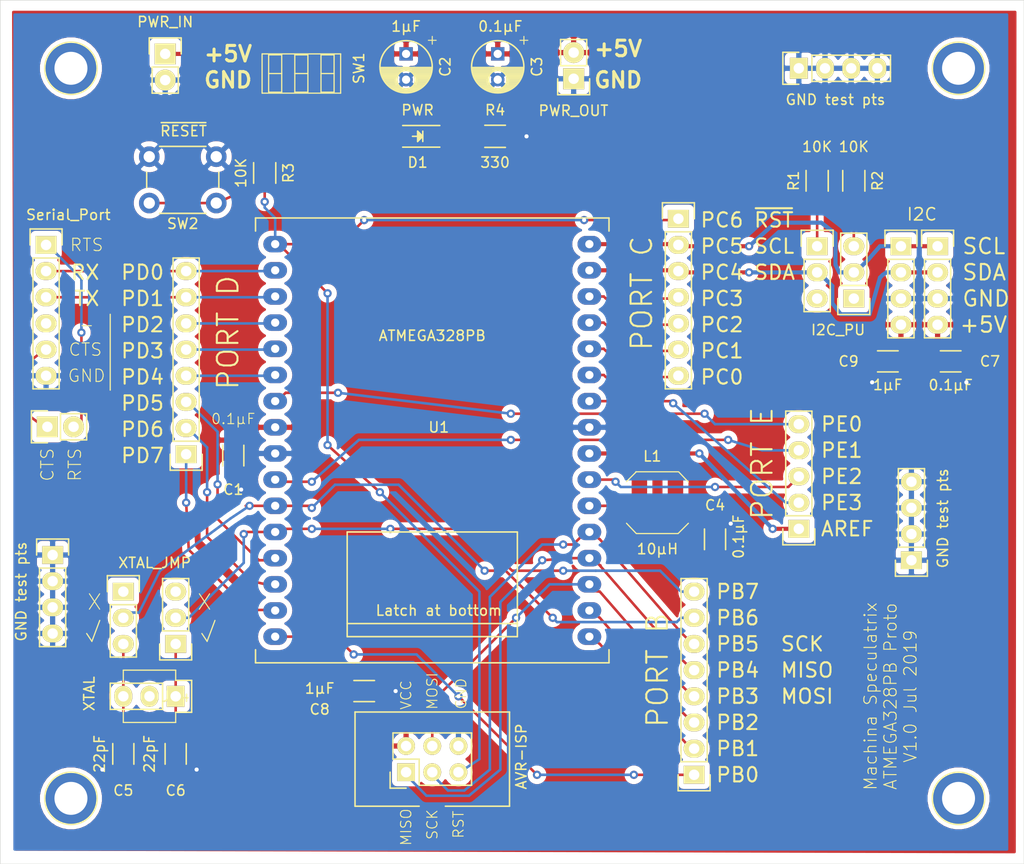
<source format=kicad_pcb>
(kicad_pcb (version 20171130) (host pcbnew "(5.1.2-1)-1")
  (layers (0 F.Cu signal) (31 B.Cu signal) (34 B.Paste user) (35 F.Paste user) (36 B.SilkS user) (37 F.SilkS user) (38 B.Mask user) (39 F.Mask user) (44 Edge.Cuts user))
  (net 0 "")
  (net 1 GND)
  (net 2 VCC)
  (net 3 "Net-(C5-Pad1)")
  (net 4 "Net-(C6-Pad1)")
  (net 5 PC6_~RST)
  (net 6 PB3_MOSI)
  (net 7 PB5_SCK)
  (net 8 PB4_MISO)
  (net 9 "Net-(D1-Pad1)")
  (net 10 /PB7)
  (net 11 /PB6)
  (net 12 /PB2)
  (net 13 /PB1)
  (net 14 /PB0)
  (net 15 /PC0)
  (net 16 /PC1)
  (net 17 /PC2)
  (net 18 /PC3)
  (net 19 PC4_SDA)
  (net 20 PC5_SCL)
  (net 21 /PD2)
  (net 22 /PD3)
  (net 23 /PD4)
  (net 24 /PD5)
  (net 25 /PD6)
  (net 26 /PD7)
  (net 27 /PE0)
  (net 28 /PE1)
  (net 29 /PE2)
  (net 30 /PE3)
  (net 31 AREF)
  (net 32 "Net-(J9-Pad3)")
  (net 33 "Net-(J9-Pad1)")
  (net 34 "Net-(J10-Pad3)")
  (net 35 "Net-(J10-Pad1)")
  (net 36 "Net-(J12-Pad1)")
  (net 37 "Net-(J13-Pad2)")
  (net 38 "Net-(J14-Pad3)")
  (net 39 "Net-(SW1-Pad6)")
  (net 40 "Net-(SW1-Pad3)")
  (net 41 "Net-(J1-Pad1)")
  (net 42 /AVCC)
  (net 43 PD1_TX)
  (net 44 /CTS)
  (net 45 "Net-(J17-Pad4)")
  (net 46 PD0_RX)
  (net 47 /RTS)
  (module Pin_Headers:Pin_Header_Straight_1x04 (layer F.Cu) (at 165.862 74.676)
    (fp_text reference J7 hide)
    (fp_text value I2C hide)
    (pad 4 thru_hole oval (at 0 7.62) (size 2.032 1.7272) (drill 1.016) (layers *.Cu *.Mask F.SilkS) (net 2 VCC))
    (pad 3 thru_hole oval (at 0 5.08) (size 2.032 1.7272) (drill 1.016) (layers *.Cu *.Mask F.SilkS) (net 1 GND))
    (pad 2 thru_hole oval (at 0 2.54) (size 2.032 1.7272) (drill 1.016) (layers *.Cu *.Mask F.SilkS) (net 19 PC4_SDA))
    (pad 1 thru_hole rect (at 0 0) (size 2.032 1.7272) (drill 1.016) (layers *.Cu *.Mask F.SilkS) (net 20 PC5_SCL))
  )
  (module Pin_Headers:Pin_Header_Straight_1x04 (layer F.Cu) (at 162.306 74.676)
    (fp_text reference J6 hide)
    (fp_text value I2C (at 2.032 -3.1) (layer F.SilkS) (effects (font (size 1.2 1.2))))
    (pad 4 thru_hole oval (at 0 7.62) (size 2.032 1.7272) (drill 1.016) (layers *.Cu *.Mask F.SilkS) (net 2 VCC))
    (pad 3 thru_hole oval (at 0 5.08) (size 2.032 1.7272) (drill 1.016) (layers *.Cu *.Mask F.SilkS) (net 1 GND))
    (pad 2 thru_hole oval (at 0 2.54) (size 2.032 1.7272) (drill 1.016) (layers *.Cu *.Mask F.SilkS) (net 19 PC4_SDA))
    (pad 1 thru_hole rect (at 0 0) (size 2.032 1.7272) (drill 1.016) (layers *.Cu *.Mask F.SilkS) (net 20 PC5_SCL))
  )
  (module Pin_Headers:Pin_Header_Straight_1x04 (layer F.Cu) (at 80.01 104.648)
    (fp_text reference J19 hide)
    (fp_text value "GND test pts" (at -3.048 3.556 90) (layer F.SilkS))
    (pad 4 thru_hole oval (at 0 7.62) (size 2.032 1.7272) (drill 1.016) (layers *.Cu *.Mask F.SilkS) (net 1 GND))
    (pad 3 thru_hole oval (at 0 5.08) (size 2.032 1.7272) (drill 1.016) (layers *.Cu *.Mask F.SilkS) (net 1 GND))
    (pad 2 thru_hole oval (at 0 2.54) (size 2.032 1.7272) (drill 1.016) (layers *.Cu *.Mask F.SilkS) (net 1 GND))
    (pad 1 thru_hole rect (at 0 0) (size 2.032 1.7272) (drill 1.016) (layers *.Cu *.Mask F.SilkS) (net 1 GND))
  )
  (module Pin_Headers:Pin_Header_Straight_1x02 (layer F.Cu) (at 79.502 92.202 90)
    (fp_text reference J18 hide)
    (fp_text value RTS-CTS hide)
    (pad 2 thru_hole oval (at 0 2.54 90) (size 2.032 2.032) (drill 1.016) (layers *.Cu *.Mask F.SilkS) (net 47 /RTS))
    (pad 1 thru_hole rect (at 0 0 90) (size 2.032 2.032) (drill 1.016) (layers *.Cu *.Mask F.SilkS) (net 44 /CTS))
  )
  (module Pin_Headers:Pin_Header_Straight_1x06 (layer F.Cu) (at 79.375 74.549)
    (fp_text reference J17 hide)
    (fp_text value Serial_Port (at 2.159 -2.921) (layer F.SilkS))
    (pad 6 thru_hole oval (at 0 12.7) (size 2.032 1.7272) (drill 1.016) (layers *.Cu *.Mask F.SilkS) (net 1 GND))
    (pad 5 thru_hole oval (at 0 10.16) (size 2.032 1.7272) (drill 1.016) (layers *.Cu *.Mask F.SilkS) (net 44 /CTS))
    (pad 4 thru_hole oval (at 0 7.62) (size 2.032 1.7272) (drill 1.016) (layers *.Cu *.Mask F.SilkS) (net 45 "Net-(J17-Pad4)"))
    (pad 3 thru_hole oval (at 0 5.08) (size 2.032 1.7272) (drill 1.016) (layers *.Cu *.Mask F.SilkS) (net 43 PD1_TX))
    (pad 2 thru_hole oval (at 0 2.54) (size 2.032 1.7272) (drill 1.016) (layers *.Cu *.Mask F.SilkS) (net 46 PD0_RX))
    (pad 1 thru_hole rect (at 0 0) (size 2.032 1.7272) (drill 1.016) (layers *.Cu *.Mask F.SilkS) (net 47 /RTS))
  )
  (module Speculatrix_general:Mounting_hole_M3 (layer F.Cu) (at 81.788 128.27)
    (fp_text reference REF** hide)
    (fp_text value M3 hide)
    (pad "" thru_hole circle (at 0 0) (size 5 5) (drill 3.2) (layers *.Cu *.Mask))
  )
  (module Speculatrix_general:Mounting_hole_M3 (layer F.Cu) (at 167.894 128.27)
    (fp_text reference REF** hide)
    (fp_text value M3 hide)
    (pad "" thru_hole circle (at 0 0) (size 5 5) (drill 3.2) (layers *.Cu *.Mask))
  )
  (module Speculatrix_general:Mounting_hole_M3 (layer F.Cu) (at 81.788 57.404)
    (fp_text reference REF** hide)
    (fp_text value M3 hide)
    (pad "" thru_hole circle (at 0 0) (size 5 5) (drill 3.2) (layers *.Cu *.Mask))
  )
  (module Speculatrix_general:Mounting_hole_M3 (layer F.Cu) (at 167.894 57.404)
    (fp_text reference REF** hide)
    (fp_text value M3 hide)
    (pad "" thru_hole circle (at 0 0) (size 5 5) (drill 3.2) (layers *.Cu *.Mask))
  )
  (module Capacitors_SMD:C_1206 (layer F.Cu) (at 161.036 85.852 180)
    (fp_text reference C9 (at 3.81 0) (layer F.SilkS))
    (fp_text value 1µF (at 0 -2.286) (layer F.SilkS))
    (pad 2 smd rect (at 1.5 0 180) (size 1 1.6) (layers F.Cu F.Paste F.Mask) (net 1 GND))
    (pad 1 smd rect (at -1.5 0 180) (size 1 1.6) (layers F.Cu F.Paste F.Mask) (net 2 VCC))
  )
  (module Capacitors_SMD:C_1206 (layer F.Cu) (at 110.236 117.856)
    (fp_text reference C8 (at -4.318 1.778) (layer F.SilkS))
    (fp_text value 1µF (at -4.318 -0.254) (layer F.SilkS))
    (pad 2 smd rect (at 1.5 0) (size 1 1.6) (layers F.Cu F.Paste F.Mask) (net 1 GND))
    (pad 1 smd rect (at -1.5 0) (size 1 1.6) (layers F.Cu F.Paste F.Mask) (net 2 VCC))
  )
  (module Speculatrix_general:SW_SMD_DPDT (layer F.Cu) (at 104.14 57.912 90)
    (fp_text reference SW1 (at 0.508 5.588 90) (layer F.SilkS))
    (fp_text value SW_DPDT hide)
    (pad 4 smd rect (at 3.175 -2.54 90) (size 2.44 1.12) (layers F.Cu F.Mask) (net 2 VCC))
    (pad 3 smd rect (at -3.175 2.54 90) (size 2.44 1.12) (layers F.Cu F.Mask) (net 40 "Net-(SW1-Pad3)"))
    (pad 5 smd rect (at 3.175 0 90) (size 2.44 1.12) (layers F.Cu F.Mask) (net 41 "Net-(J1-Pad1)"))
    (pad 2 smd rect (at -3.175 0 90) (size 2.44 1.12) (layers F.Cu F.Mask) (net 41 "Net-(J1-Pad1)"))
    (pad 6 smd rect (at 3.175 2.54 90) (size 2.44 1.12) (layers F.Cu F.Mask) (net 39 "Net-(SW1-Pad6)"))
    (pad 1 smd rect (at -3.175 -2.54 90) (size 2.44 1.12) (layers F.Cu F.Mask) (net 2 VCC))
  )
  (module Speculatrix_microcontrollers:DIP-32_TQFP_ZIF (layer F.Cu) (at 117.475 93.523)
    (fp_text reference U1 (at 0 -1.27) (layer F.SilkS))
    (fp_text value ATMEGA328PB (at -0.635 -10.16) (layer F.SilkS))
    (fp_text user "Latch at bottom" (at 0 16.51) (layer F.SilkS))
    (pad 28 thru_hole oval (at 14.605 -19.05) (size 2.3 1.6) (drill 0.8) (layers *.Cu *.Mask) (net 20 PC5_SCL))
    (pad 27 thru_hole oval (at 14.605 -16.51) (size 2.3 1.6) (drill 0.8) (layers *.Cu *.Mask) (net 19 PC4_SDA))
    (pad 26 thru_hole oval (at 14.605 -13.97) (size 2.3 1.6) (drill 0.8) (layers *.Cu *.Mask) (net 18 /PC3))
    (pad 25 thru_hole oval (at 14.605 -11.43) (size 2.3 1.6) (drill 0.8) (layers *.Cu *.Mask) (net 17 /PC2))
    (pad 24 thru_hole oval (at 14.605 -8.89) (size 2.3 1.6) (drill 0.8) (layers *.Cu *.Mask) (net 16 /PC1))
    (pad 23 thru_hole oval (at 14.605 -6.35) (size 2.3 1.6) (drill 0.8) (layers *.Cu *.Mask) (net 15 /PC0))
    (pad 22 thru_hole oval (at 14.605 -3.81) (size 2.3 1.6) (drill 0.8) (layers *.Cu *.Mask) (net 30 /PE3))
    (pad 21 thru_hole oval (at 14.605 -1.27) (size 2.3 1.6) (drill 0.8) (layers *.Cu *.Mask) (net 1 GND))
    (pad 20 thru_hole oval (at 14.605 1.27) (size 2.3 1.6) (drill 0.8) (layers *.Cu *.Mask) (net 31 AREF))
    (pad 19 thru_hole oval (at 14.605 3.81) (size 2.3 1.6) (drill 0.8) (layers *.Cu *.Mask) (net 29 /PE2))
    (pad 18 thru_hole oval (at 14.605 6.35) (size 2.3 1.6) (drill 0.8) (layers *.Cu *.Mask) (net 42 /AVCC))
    (pad 17 thru_hole oval (at 14.605 8.89) (size 2.3 1.6) (drill 0.8) (layers *.Cu *.Mask) (net 7 PB5_SCK))
    (pad 16 thru_hole oval (at 14.605 11.43) (size 2.3 1.6) (drill 0.8) (layers *.Cu *.Mask) (net 8 PB4_MISO))
    (pad 15 thru_hole oval (at 14.605 13.97) (size 2.3 1.6) (drill 0.8) (layers *.Cu *.Mask) (net 6 PB3_MOSI))
    (pad 14 thru_hole oval (at 14.605 16.51) (size 2.3 1.6) (drill 0.8) (layers *.Cu *.Mask) (net 12 /PB2))
    (pad 13 thru_hole oval (at 14.605 19.05) (size 2.3 1.6) (drill 0.8) (layers *.Cu *.Mask) (net 13 /PB1))
    (pad 12 thru_hole oval (at -15.875 19.05) (size 2.3 1.6) (drill 0.8) (layers *.Cu *.Mask) (net 14 /PB0))
    (pad 11 thru_hole oval (at -15.875 16.51) (size 2.3 1.6) (drill 0.8) (layers *.Cu *.Mask) (net 26 /PD7))
    (pad 10 thru_hole oval (at -15.875 13.97) (size 2.3 1.6) (drill 0.8) (layers *.Cu *.Mask) (net 25 /PD6))
    (pad 9 thru_hole oval (at -15.875 11.43) (size 2.3 1.6) (drill 0.8) (layers *.Cu *.Mask) (net 24 /PD5))
    (pad 8 thru_hole oval (at -15.875 8.89) (size 2.3 1.6) (drill 0.8) (layers *.Cu *.Mask) (net 10 /PB7))
    (pad 7 thru_hole oval (at -15.875 6.35) (size 2.3 1.6) (drill 0.8) (layers *.Cu *.Mask) (net 11 /PB6))
    (pad 6 thru_hole oval (at -15.875 3.81) (size 2.3 1.6) (drill 0.8) (layers *.Cu *.Mask) (net 28 /PE1))
    (pad 5 thru_hole oval (at -15.875 1.27) (size 2.3 1.6) (drill 0.8) (layers *.Cu *.Mask) (net 1 GND))
    (pad 4 thru_hole oval (at -15.875 -1.27) (size 2.3 1.6) (drill 0.8) (layers *.Cu *.Mask) (net 2 VCC))
    (pad 3 thru_hole oval (at -15.875 -3.81) (size 2.3 1.6) (drill 0.8) (layers *.Cu *.Mask) (net 27 /PE0))
    (pad 2 thru_hole oval (at -15.875 -6.35) (size 2.3 1.6) (drill 0.8) (layers *.Cu *.Mask) (net 23 /PD4))
    (pad 1 thru_hole oval (at -15.875 -8.89) (size 2.3 1.6) (drill 0.8) (layers *.Cu *.Mask) (net 22 /PD3))
    (pad 32 thru_hole oval (at -15.875 -11.43) (size 2.3 1.6) (drill 0.8) (layers *.Cu *.Mask) (net 21 /PD2))
    (pad 31 thru_hole oval (at -15.875 -13.97) (size 2.3 1.6) (drill 0.8) (layers *.Cu *.Mask) (net 43 PD1_TX))
    (pad 30 thru_hole oval (at -15.875 -16.51) (size 2.3 1.6) (drill 0.8) (layers *.Cu *.Mask) (net 46 PD0_RX))
    (pad 29 thru_hole oval (at -15.875 -19.05) (size 2.3 1.6) (drill 0.8) (layers *.Cu *.Mask) (net 5 PC6_~RST))
  )
  (module Buttons_Switches_ThroughHole:SW_PUSH_6mm (layer F.Cu) (at 95.885 70.485 180)
    (fp_text reference SW2 (at 3.25 -2) (layer F.SilkS))
    (fp_text value ~RESET (at 3.175 6.985 180) (layer F.SilkS))
    (pad 1 thru_hole circle (at 6.5 0 270) (size 2 2) (drill 1.1) (layers *.Cu *.Mask) (net 5 PC6_~RST))
    (pad 2 thru_hole circle (at 6.5 4.5 270) (size 2 2) (drill 1.1) (layers *.Cu *.Mask) (net 1 GND))
    (pad 1 thru_hole circle (at 0 0 270) (size 2 2) (drill 1.1) (layers *.Cu *.Mask) (net 5 PC6_~RST))
    (pad 2 thru_hole circle (at 0 4.5 270) (size 2 2) (drill 1.1) (layers *.Cu *.Mask) (net 1 GND))
  )
  (module Resistors_SMD:R_1206 (layer F.Cu) (at 122.936 64.008)
    (fp_text reference R4 (at 0 -2.54) (layer F.SilkS))
    (fp_text value 330 (at 0 2.54) (layer F.SilkS))
    (pad 2 smd rect (at 1.45 0) (size 0.9 1.7) (layers F.Cu F.Paste F.Mask) (net 1 GND))
    (pad 1 smd rect (at -1.45 0) (size 0.9 1.7) (layers F.Cu F.Paste F.Mask) (net 9 "Net-(D1-Pad1)"))
  )
  (module Resistors_SMD:R_1206 (layer F.Cu) (at 100.584 67.564 270)
    (fp_text reference R3 (at 0 -2.3 90) (layer F.SilkS))
    (fp_text value 10K (at 0 2.3 90) (layer F.SilkS))
    (pad 2 smd rect (at 1.45 0 270) (size 0.9 1.7) (layers F.Cu F.Paste F.Mask) (net 5 PC6_~RST))
    (pad 1 smd rect (at -1.45 0 270) (size 0.9 1.7) (layers F.Cu F.Paste F.Mask) (net 2 VCC))
  )
  (module Resistors_SMD:R_1206 (layer F.Cu) (at 157.734 68.326 270)
    (fp_text reference R2 (at 0 -2.3 90) (layer F.SilkS))
    (fp_text value 10K (at -3.302 0 180) (layer F.SilkS))
    (pad 2 smd rect (at 1.45 0 270) (size 0.9 1.7) (layers F.Cu F.Paste F.Mask) (net 34 "Net-(J10-Pad3)"))
    (pad 1 smd rect (at -1.45 0 270) (size 0.9 1.7) (layers F.Cu F.Paste F.Mask) (net 2 VCC))
  )
  (module Resistors_SMD:R_1206 (layer F.Cu) (at 154.178 68.326 270)
    (fp_text reference R1 (at 0 2.286 90) (layer F.SilkS))
    (fp_text value 10K (at -3.302 0 180) (layer F.SilkS))
    (pad 2 smd rect (at 1.45 0 270) (size 0.9 1.7) (layers F.Cu F.Paste F.Mask) (net 33 "Net-(J9-Pad1)"))
    (pad 1 smd rect (at -1.45 0 270) (size 0.9 1.7) (layers F.Cu F.Paste F.Mask) (net 2 VCC))
  )
  (module Speculatrix_general:Inductor_Bourns-SRN5020 (layer F.Cu) (at 138.684 99.568 180)
    (fp_text reference L1 (at 0.5 4.5) (layer F.SilkS))
    (fp_text value 10µH (at 0 -4.5) (layer F.SilkS))
    (pad 2 smd rect (at 1.75 0 180) (size 1.5 5) (layers F.Cu F.Paste F.Mask) (net 42 /AVCC))
    (pad 1 smd rect (at -1.75 0 180) (size 1.5 5) (layers F.Cu F.Paste F.Mask) (net 2 VCC))
  )
  (module Pin_Headers:Pin_Header_Straight_1x04 (layer F.Cu) (at 152.4 57.404 90)
    (fp_text reference J16 hide)
    (fp_text value "GND test pts" (at -3.048 3.556 180) (layer F.SilkS))
    (pad 4 thru_hole oval (at 0 7.62 90) (size 2.032 1.7272) (drill 1.016) (layers *.Cu *.Mask F.SilkS) (net 1 GND))
    (pad 3 thru_hole oval (at 0 5.08 90) (size 2.032 1.7272) (drill 1.016) (layers *.Cu *.Mask F.SilkS) (net 1 GND))
    (pad 2 thru_hole oval (at 0 2.54 90) (size 2.032 1.7272) (drill 1.016) (layers *.Cu *.Mask F.SilkS) (net 1 GND))
    (pad 1 thru_hole rect (at 0 0 90) (size 2.032 1.7272) (drill 1.016) (layers *.Cu *.Mask F.SilkS) (net 1 GND))
  )
  (module Pin_Headers:Pin_Header_Straight_1x04 (layer F.Cu) (at 163.322 105.156 180)
    (fp_text reference J15 hide)
    (fp_text value "GND test pts" (at -3.048 4.064 270) (layer F.SilkS))
    (pad 4 thru_hole oval (at 0 7.62 180) (size 2.032 1.7272) (drill 1.016) (layers *.Cu *.Mask F.SilkS) (net 1 GND))
    (pad 3 thru_hole oval (at 0 5.08 180) (size 2.032 1.7272) (drill 1.016) (layers *.Cu *.Mask F.SilkS) (net 1 GND))
    (pad 2 thru_hole oval (at 0 2.54 180) (size 2.032 1.7272) (drill 1.016) (layers *.Cu *.Mask F.SilkS) (net 1 GND))
    (pad 1 thru_hole rect (at 0 0 180) (size 2.032 1.7272) (drill 1.016) (layers *.Cu *.Mask F.SilkS) (net 1 GND))
  )
  (module Pin_Headers:Pin_Header_Straight_1x03 (layer F.Cu) (at 91.948 113.284 180)
    (fp_text reference J14 (at 0 -5.1) (layer F.SilkS))
    (fp_text value XTAL2_JMP hide)
    (pad 3 thru_hole oval (at 0 5.08 180) (size 2.032 1.7272) (drill 1.016) (layers *.Cu *.Mask F.SilkS) (net 38 "Net-(J14-Pad3)"))
    (pad 2 thru_hole oval (at 0 2.54 180) (size 2.032 1.7272) (drill 1.016) (layers *.Cu *.Mask F.SilkS) (net 10 /PB7))
    (pad 1 thru_hole rect (at 0 0 180) (size 2.032 1.7272) (drill 1.016) (layers *.Cu *.Mask F.SilkS) (net 4 "Net-(C6-Pad1)"))
  )
  (module Pin_Headers:Pin_Header_Straight_1x03 (layer F.Cu) (at 91.948 118.364 270)
    (fp_text reference J13 hide)
    (fp_text value XTAL (at -0.254 8.382 90) (layer F.SilkS))
    (pad 3 thru_hole oval (at 0 5.08 270) (size 2.032 1.7272) (drill 1.016) (layers *.Cu *.Mask F.SilkS) (net 3 "Net-(C5-Pad1)"))
    (pad 2 thru_hole oval (at 0 2.54 270) (size 2.032 1.7272) (drill 1.016) (layers *.Cu *.Mask F.SilkS) (net 37 "Net-(J13-Pad2)"))
    (pad 1 thru_hole rect (at 0 0 270) (size 2.032 1.7272) (drill 1.016) (layers *.Cu *.Mask F.SilkS) (net 4 "Net-(C6-Pad1)"))
  )
  (module Pin_Headers:Pin_Header_Straight_1x03 (layer F.Cu) (at 86.868 108.204)
    (fp_text reference J12 hide)
    (fp_text value XTAL_JMP (at 3.048 -2.794 180) (layer F.SilkS))
    (pad 3 thru_hole oval (at 0 5.08) (size 2.032 1.7272) (drill 1.016) (layers *.Cu *.Mask F.SilkS) (net 3 "Net-(C5-Pad1)"))
    (pad 2 thru_hole oval (at 0 2.54) (size 2.032 1.7272) (drill 1.016) (layers *.Cu *.Mask F.SilkS) (net 11 /PB6))
    (pad 1 thru_hole rect (at 0 0) (size 2.032 1.7272) (drill 1.016) (layers *.Cu *.Mask F.SilkS) (net 36 "Net-(J12-Pad1)"))
  )
  (module Pin_Headers:Pin_Header_Straight_1x02 (layer F.Cu) (at 130.556 58.42 180)
    (fp_text reference J11 hide)
    (fp_text value PWR_OUT (at 0.02 -3.1) (layer F.SilkS))
    (pad 2 thru_hole oval (at 0 2.54 180) (size 2.032 2.032) (drill 1.016) (layers *.Cu *.Mask F.SilkS) (net 2 VCC))
    (pad 1 thru_hole rect (at 0 0 180) (size 2.032 2.032) (drill 1.016) (layers *.Cu *.Mask F.SilkS) (net 1 GND))
  )
  (module Pin_Headers:Pin_Header_Straight_1x03 (layer F.Cu) (at 157.734 79.756 180)
    (fp_text reference J10 hide)
    (fp_text value SCL_PU hide)
    (pad 3 thru_hole oval (at 0 5.08 180) (size 2.032 1.7272) (drill 1.016) (layers *.Cu *.Mask F.SilkS) (net 34 "Net-(J10-Pad3)"))
    (pad 2 thru_hole oval (at 0 2.54 180) (size 2.032 1.7272) (drill 1.016) (layers *.Cu *.Mask F.SilkS) (net 20 PC5_SCL))
    (pad 1 thru_hole rect (at 0 0 180) (size 2.032 1.7272) (drill 1.016) (layers *.Cu *.Mask F.SilkS) (net 35 "Net-(J10-Pad1)"))
  )
  (module Pin_Headers:Pin_Header_Straight_1x03 (layer F.Cu) (at 154.178 74.676)
    (fp_text reference J9 hide)
    (fp_text value I2C_PU (at 2.032 8.128 180) (layer F.SilkS))
    (pad 3 thru_hole oval (at 0 5.08) (size 2.032 1.7272) (drill 1.016) (layers *.Cu *.Mask F.SilkS) (net 32 "Net-(J9-Pad3)"))
    (pad 2 thru_hole oval (at 0 2.54) (size 2.032 1.7272) (drill 1.016) (layers *.Cu *.Mask F.SilkS) (net 19 PC4_SDA))
    (pad 1 thru_hole rect (at 0 0) (size 2.032 1.7272) (drill 1.016) (layers *.Cu *.Mask F.SilkS) (net 33 "Net-(J9-Pad1)"))
  )
  (module Pin_Headers:Pin_Header_Straight_1x05 (layer F.Cu) (at 152.4 102.108 180)
    (fp_text reference J5 hide)
    (fp_text value "PORT E" (at 3.556 6.35 90) (layer F.SilkS) (effects (font (size 2 2) (thickness 0.2))))
    (pad 5 thru_hole oval (at 0 10.16 180) (size 2.032 1.7272) (drill 1.016) (layers *.Cu *.Mask F.SilkS) (net 27 /PE0))
    (pad 4 thru_hole oval (at 0 7.62 180) (size 2.032 1.7272) (drill 1.016) (layers *.Cu *.Mask F.SilkS) (net 28 /PE1))
    (pad 3 thru_hole oval (at 0 5.08 180) (size 2.032 1.7272) (drill 1.016) (layers *.Cu *.Mask F.SilkS) (net 29 /PE2))
    (pad 2 thru_hole oval (at 0 2.54 180) (size 2.032 1.7272) (drill 1.016) (layers *.Cu *.Mask F.SilkS) (net 30 /PE3))
    (pad 1 thru_hole rect (at 0 0 180) (size 2.032 1.7272) (drill 1.016) (layers *.Cu *.Mask F.SilkS) (net 31 AREF))
  )
  (module Pin_Headers:Pin_Header_Straight_1x08 (layer F.Cu) (at 92.964 94.869 180)
    (fp_text reference J4 hide)
    (fp_text value "PORT D" (at -4.064 11.811 90) (layer F.SilkS) (effects (font (size 2 2) (thickness 0.2))))
    (pad 8 thru_hole oval (at 0 17.78 180) (size 2.032 1.7272) (drill 1.016) (layers *.Cu *.Mask F.SilkS) (net 46 PD0_RX))
    (pad 7 thru_hole oval (at 0 15.24 180) (size 2.032 1.7272) (drill 1.016) (layers *.Cu *.Mask F.SilkS) (net 43 PD1_TX))
    (pad 6 thru_hole oval (at 0 12.7 180) (size 2.032 1.7272) (drill 1.016) (layers *.Cu *.Mask F.SilkS) (net 21 /PD2))
    (pad 5 thru_hole oval (at 0 10.16 180) (size 2.032 1.7272) (drill 1.016) (layers *.Cu *.Mask F.SilkS) (net 22 /PD3))
    (pad 4 thru_hole oval (at 0 7.62 180) (size 2.032 1.7272) (drill 1.016) (layers *.Cu *.Mask F.SilkS) (net 23 /PD4))
    (pad 3 thru_hole oval (at 0 5.08 180) (size 2.032 1.7272) (drill 1.016) (layers *.Cu *.Mask F.SilkS) (net 24 /PD5))
    (pad 2 thru_hole oval (at 0 2.54 180) (size 2.032 1.7272) (drill 1.016) (layers *.Cu *.Mask F.SilkS) (net 25 /PD6))
    (pad 1 thru_hole rect (at 0 0 180) (size 2.032 1.7272) (drill 1.016) (layers *.Cu *.Mask F.SilkS) (net 26 /PD7))
  )
  (module Pin_Headers:Pin_Header_Straight_1x07 (layer F.Cu) (at 140.716 72.009)
    (fp_text reference J3 hide)
    (fp_text value "PORT C" (at -3.556 7.239 90) (layer F.SilkS) (effects (font (size 2 2) (thickness 0.2))))
    (pad 7 thru_hole oval (at 0 15.24) (size 2.032 1.7272) (drill 1.016) (layers *.Cu *.Mask F.SilkS) (net 15 /PC0))
    (pad 6 thru_hole oval (at 0 12.7) (size 2.032 1.7272) (drill 1.016) (layers *.Cu *.Mask F.SilkS) (net 16 /PC1))
    (pad 5 thru_hole oval (at 0 10.16) (size 2.032 1.7272) (drill 1.016) (layers *.Cu *.Mask F.SilkS) (net 17 /PC2))
    (pad 4 thru_hole oval (at 0 7.62) (size 2.032 1.7272) (drill 1.016) (layers *.Cu *.Mask F.SilkS) (net 18 /PC3))
    (pad 3 thru_hole oval (at 0 5.08) (size 2.032 1.7272) (drill 1.016) (layers *.Cu *.Mask F.SilkS) (net 19 PC4_SDA))
    (pad 2 thru_hole oval (at 0 2.54) (size 2.032 1.7272) (drill 1.016) (layers *.Cu *.Mask F.SilkS) (net 20 PC5_SCL))
    (pad 1 thru_hole rect (at 0 0) (size 2.032 1.7272) (drill 1.016) (layers *.Cu *.Mask F.SilkS) (net 5 PC6_~RST))
  )
  (module Pin_Headers:Pin_Header_Straight_1x08 (layer F.Cu) (at 142.24 125.984 180)
    (fp_text reference J2 hide)
    (fp_text value "PORT B" (at 3.556 10.16 90) (layer F.SilkS) (effects (font (size 2 2) (thickness 0.2))))
    (pad 8 thru_hole oval (at 0 17.78 180) (size 2.032 1.7272) (drill 1.016) (layers *.Cu *.Mask F.SilkS) (net 10 /PB7))
    (pad 7 thru_hole oval (at 0 15.24 180) (size 2.032 1.7272) (drill 1.016) (layers *.Cu *.Mask F.SilkS) (net 11 /PB6))
    (pad 6 thru_hole oval (at 0 12.7 180) (size 2.032 1.7272) (drill 1.016) (layers *.Cu *.Mask F.SilkS) (net 7 PB5_SCK))
    (pad 5 thru_hole oval (at 0 10.16 180) (size 2.032 1.7272) (drill 1.016) (layers *.Cu *.Mask F.SilkS) (net 8 PB4_MISO))
    (pad 4 thru_hole oval (at 0 7.62 180) (size 2.032 1.7272) (drill 1.016) (layers *.Cu *.Mask F.SilkS) (net 6 PB3_MOSI))
    (pad 3 thru_hole oval (at 0 5.08 180) (size 2.032 1.7272) (drill 1.016) (layers *.Cu *.Mask F.SilkS) (net 12 /PB2))
    (pad 2 thru_hole oval (at 0 2.54 180) (size 2.032 1.7272) (drill 1.016) (layers *.Cu *.Mask F.SilkS) (net 13 /PB1))
    (pad 1 thru_hole rect (at 0 0 180) (size 2.032 1.7272) (drill 1.016) (layers *.Cu *.Mask F.SilkS) (net 14 /PB0))
  )
  (module Pin_Headers:Pin_Header_Straight_1x02 (layer F.Cu) (at 90.932 56.007)
    (fp_text reference J1 hide)
    (fp_text value PWR_IN (at 0 -3.1) (layer F.SilkS))
    (pad 2 thru_hole oval (at 0 2.54) (size 2.032 2.032) (drill 1.016) (layers *.Cu *.Mask F.SilkS) (net 1 GND))
    (pad 1 thru_hole rect (at 0 0) (size 2.032 2.032) (drill 1.016) (layers *.Cu *.Mask F.SilkS) (net 41 "Net-(J1-Pad1)"))
  )
  (module LEDs:LED_1206 (layer F.Cu) (at 115.42014 64.008 180)
    (fp_text reference D1 (at 0 -2.54) (layer F.SilkS))
    (fp_text value PWR (at 0 2.54) (layer F.SilkS))
    (pad 1 smd rect (at -1.41986 0) (size 1.59766 1.80086) (layers F.Cu F.Paste F.Mask) (net 9 "Net-(D1-Pad1)"))
    (pad 2 smd rect (at 1.41986 0) (size 1.59766 1.80086) (layers F.Cu F.Paste F.Mask) (net 2 VCC))
  )
  (module Speculatrix_connectors:AVR_ISP_HE10_2x3 (layer F.Cu) (at 116.84 124.46 90)
    (fp_text reference CONN1 hide)
    (fp_text value AVR-ISP (at 0.254 8.636 90) (layer F.SilkS))
    (fp_text user MISO (at -6.604 -2.54 90) (layer F.SilkS) (effects (font (thickness 0.1))))
    (fp_text user SCK (at -6.35 0 90) (layer F.SilkS) (effects (font (thickness 0.1))))
    (fp_text user RST (at -6.35 2.54 90) (layer F.SilkS) (effects (font (thickness 0.1))))
    (fp_text user VCC (at 6.223 -2.54 90) (layer F.SilkS) (effects (font (thickness 0.1))))
    (fp_text user MOSI (at 6.604 0 90) (layer F.SilkS) (effects (font (thickness 0.1))))
    (fp_text user GND (at 6.35 2.794 90) (layer F.SilkS) (effects (font (thickness 0.1))))
    (pad 6 thru_hole oval (at 1.27 2.54 90) (size 1.7272 1.7272) (drill 1.016) (layers *.Cu *.Mask F.SilkS) (net 1 GND))
    (pad 5 thru_hole oval (at -1.27 2.54 90) (size 1.7272 1.7272) (drill 1.016) (layers *.Cu *.Mask F.SilkS) (net 5 PC6_~RST))
    (pad 4 thru_hole oval (at 1.27 0 90) (size 1.7272 1.7272) (drill 1.016) (layers *.Cu *.Mask F.SilkS) (net 6 PB3_MOSI))
    (pad 3 thru_hole oval (at -1.27 0 90) (size 1.7272 1.7272) (drill 1.016) (layers *.Cu *.Mask F.SilkS) (net 7 PB5_SCK))
    (pad 2 thru_hole oval (at 1.27 -2.54 90) (size 1.7272 1.7272) (drill 1.016) (layers *.Cu *.Mask F.SilkS) (net 2 VCC))
    (pad 1 thru_hole rect (at -1.27 -2.54 180) (size 1.7272 1.7272) (drill 1.016) (layers *.Cu *.Mask F.SilkS) (net 8 PB4_MISO))
  )
  (module Capacitors_SMD:C_1206 (layer F.Cu) (at 167.132 85.852)
    (fp_text reference C7 (at 3.81 0) (layer F.SilkS))
    (fp_text value 0.1µF (at 0 2.3) (layer F.SilkS))
    (pad 2 smd rect (at 1.5 0) (size 1 1.6) (layers F.Cu F.Paste F.Mask) (net 1 GND))
    (pad 1 smd rect (at -1.5 0) (size 1 1.6) (layers F.Cu F.Paste F.Mask) (net 2 VCC))
  )
  (module Capacitors_SMD:C_1206 (layer F.Cu) (at 91.948 123.952 270)
    (fp_text reference C6 (at 3.556 0 180) (layer F.SilkS))
    (fp_text value 22pF (at 0 2.54 90) (layer F.SilkS))
    (pad 2 smd rect (at 1.5 0 270) (size 1 1.6) (layers F.Cu F.Paste F.Mask) (net 1 GND))
    (pad 1 smd rect (at -1.5 0 270) (size 1 1.6) (layers F.Cu F.Paste F.Mask) (net 4 "Net-(C6-Pad1)"))
  )
  (module Capacitors_SMD:C_1206 (layer F.Cu) (at 86.868 123.952 270)
    (fp_text reference C5 (at 3.556 0 180) (layer F.SilkS))
    (fp_text value 22pF (at 0 2.3 90) (layer F.SilkS))
    (pad 2 smd rect (at 1.5 0 270) (size 1 1.6) (layers F.Cu F.Paste F.Mask) (net 1 GND))
    (pad 1 smd rect (at -1.5 0 270) (size 1 1.6) (layers F.Cu F.Paste F.Mask) (net 3 "Net-(C5-Pad1)"))
  )
  (module Capacitors_SMD:C_1206 (layer F.Cu) (at 144.272 103.124 90)
    (fp_text reference C4 (at 3.302 0 180) (layer F.SilkS))
    (fp_text value 0.1µF (at 0.254 2.286 90) (layer F.SilkS))
    (pad 2 smd rect (at 1.5 0 90) (size 1 1.6) (layers F.Cu F.Paste F.Mask) (net 1 GND))
    (pad 1 smd rect (at -1.5 0 90) (size 1 1.6) (layers F.Cu F.Paste F.Mask) (net 42 /AVCC))
  )
  (module Capacitors_ThroughHole:C_Radial_D5_L6_P2.5 (layer F.Cu) (at 123.19 56.007 270)
    (fp_text reference C3 (at 1.25 -3.8 90) (layer F.SilkS))
    (fp_text value 0.1µF (at -2.667 -0.254 180) (layer F.SilkS))
    (pad 2 thru_hole circle (at 2.5 0 270) (size 1.3 1.3) (drill 0.8) (layers *.Cu *.Mask) (net 1 GND))
    (pad 1 thru_hole rect (at 0 0 270) (size 1.3 1.3) (drill 0.8) (layers *.Cu *.Mask) (net 2 VCC))
  )
  (module Capacitors_ThroughHole:C_Radial_D5_L6_P2.5 (layer F.Cu) (at 114.3 56.007 270)
    (fp_text reference C2 (at 1.25 -3.8 90) (layer F.SilkS))
    (fp_text value 1µF (at -2.667 0 180) (layer F.SilkS))
    (pad 2 thru_hole circle (at 2.5 0 270) (size 1.3 1.3) (drill 0.8) (layers *.Cu *.Mask) (net 1 GND))
    (pad 1 thru_hole rect (at 0 0 270) (size 1.3 1.3) (drill 0.8) (layers *.Cu *.Mask) (net 2 VCC))
  )
  (module Capacitors_SMD:C_1206 (layer F.Cu) (at 97.536 94.996 270)
    (fp_text reference C1 (at 3.302 0 180) (layer F.SilkS))
    (fp_text value 0.1µF (at -3.556 0 180) (layer F.SilkS) (effects (font (thickness 0.1))))
    (pad 2 smd rect (at 1.5 0 270) (size 1 1.6) (layers F.Cu F.Paste F.Mask) (net 1 GND))
    (pad 1 smd rect (at -1.5 0 270) (size 1 1.6) (layers F.Cu F.Paste F.Mask) (net 2 VCC))
  )
  (gr_text CTS (at 79.502 95.885 90) (layer F.SilkS) (effects (font (size 1.2 1.2) (thickness 0.1))))
  (gr_text - (at 83.312 82.296) (layer F.SilkS) (effects (font (size 1.2 1.2) (thickness 0.1))))
  (gr_line (start 85.598 81.28) (end 85.598 88.646) (layer F.SilkS) (width 0.12))
  (gr_line (start 74.93 50.8) (end 174.244 50.8) (layer Edge.Cuts) (width 0.05))
  (gr_text GND (at 83.312 87.249) (layer F.SilkS) (effects (font (size 1.2 1.2) (thickness 0.1))))
  (gr_text CTS (at 83.185 84.709) (layer F.SilkS) (effects (font (size 1.2 1.2) (thickness 0.1))))
  (gr_text RTS (at 82.169 95.885 90) (layer F.SilkS) (effects (font (size 1.2 1.2) (thickness 0.1))))
  (gr_text RTS (at 83.312 74.549) (layer F.SilkS) (effects (font (size 1.2 1.2) (thickness 0.1))))
  (gr_line (start 83.312 112.268) (end 83.82 113.03) (layer F.SilkS) (width 0.12))
  (gr_line (start 83.82 113.03) (end 84.582 110.998) (layer F.SilkS) (width 0.12))
  (gr_line (start 94.996 113.03) (end 95.758 110.998) (layer F.SilkS) (width 0.12))
  (gr_line (start 94.488 112.268) (end 94.996 113.03) (layer F.SilkS) (width 0.12))
  (gr_text X (at 84.074 109.22) (layer F.SilkS) (effects (font (size 1.5 1.5) (thickness 0.1))))
  (gr_text X (at 94.742 109.22) (layer F.SilkS) (effects (font (size 1.5 1.5) (thickness 0.1))))
  (gr_text + (at 116.84 54.61) (layer F.SilkS) (effects (font (size 1 1) (thickness 0.1))))
  (gr_text + (at 125.73 54.61) (layer F.SilkS) (effects (font (size 1 1) (thickness 0.1))))
  (gr_line (start 91.948 120.904) (end 91.948 119.914) (layer F.SilkS) (width 0.12))
  (gr_line (start 86.868 120.904) (end 91.948 120.904) (layer F.SilkS) (width 0.12))
  (gr_line (start 86.868 119.634) (end 86.868 120.904) (layer F.SilkS) (width 0.12))
  (gr_line (start 91.948 115.824) (end 91.948 116.814) (layer F.SilkS) (width 0.12))
  (gr_line (start 86.868 115.824) (end 91.948 115.824) (layer F.SilkS) (width 0.12))
  (gr_line (start 86.868 117.094) (end 86.868 115.824) (layer F.SilkS) (width 0.12))
  (gr_text "Machina Speculatrix\nATMEGA328PB Proto\nV1.0 Jul 2019" (at 161.29 118.364 90) (layer F.SilkS) (effects (font (size 1.2 1.2) (thickness 0.1))))
  (gr_line (start 74.93 134.62) (end 74.93 50.8) (layer Edge.Cuts) (width 0.05))
  (gr_line (start 174.244 50.8) (end 174.244 134.62) (layer Edge.Cuts) (width 0.05))
  (gr_line (start 74.93 134.62) (end 174.244 134.62) (layer Edge.Cuts) (width 0.05))
  (gr_text AREF (at 154.432 102.108) (layer F.SilkS) (effects (font (size 1.4 1.4) (thickness 0.2)) (justify left)))
  (gr_text PE3 (at 154.432 99.568) (layer F.SilkS) (effects (font (size 1.4 1.4) (thickness 0.2)) (justify left)))
  (gr_text PE2 (at 154.432 97.028) (layer F.SilkS) (effects (font (size 1.4 1.4) (thickness 0.2)) (justify left)))
  (gr_text PE1 (at 154.432 94.488) (layer F.SilkS) (effects (font (size 1.4 1.4) (thickness 0.2)) (justify left)))
  (gr_text PE0 (at 154.432 91.948) (layer F.SilkS) (effects (font (size 1.4 1.4) (thickness 0.2)) (justify left)))
  (gr_text PB7 (at 144.272 108.204) (layer F.SilkS) (effects (font (size 1.4 1.4) (thickness 0.2)) (justify left)))
  (gr_text PB6 (at 144.272 110.744) (layer F.SilkS) (effects (font (size 1.4 1.4) (thickness 0.2)) (justify left)))
  (gr_text "PB5  SCK" (at 144.272 113.284) (layer F.SilkS) (effects (font (size 1.4 1.4) (thickness 0.2)) (justify left)))
  (gr_text "PB4  MISO" (at 144.272 115.824) (layer F.SilkS) (effects (font (size 1.4 1.4) (thickness 0.2)) (justify left)))
  (gr_text "PB3  MOSI" (at 144.272 118.364) (layer F.SilkS) (effects (font (size 1.4 1.4) (thickness 0.2)) (justify left)))
  (gr_text PB0 (at 144.272 125.984) (layer F.SilkS) (effects (font (size 1.4 1.4) (thickness 0.2)) (justify left)))
  (gr_text PB1 (at 144.272 123.444) (layer F.SilkS) (effects (font (size 1.4 1.4) (thickness 0.2)) (justify left)))
  (gr_text PB2 (at 144.272 120.904) (layer F.SilkS) (effects (font (size 1.4 1.4) (thickness 0.2)) (justify left)))
  (gr_text PC0 (at 142.748 87.376) (layer F.SilkS) (effects (font (size 1.4 1.4) (thickness 0.2)) (justify left)))
  (gr_text PC1 (at 142.748 84.836) (layer F.SilkS) (effects (font (size 1.4 1.4) (thickness 0.2)) (justify left)))
  (gr_text PC2 (at 142.748 82.296) (layer F.SilkS) (effects (font (size 1.4 1.4) (thickness 0.2)) (justify left)))
  (gr_text PC3 (at 142.748 79.756) (layer F.SilkS) (effects (font (size 1.4 1.4) (thickness 0.2)) (justify left)))
  (gr_text "PC4 SDA" (at 142.748 77.216) (layer F.SilkS) (effects (font (size 1.4 1.4) (thickness 0.2)) (justify left)))
  (gr_text "PC5 SCL" (at 142.748 74.676) (layer F.SilkS) (effects (font (size 1.4 1.4) (thickness 0.2)) (justify left)))
  (gr_text "PC6 ~RST" (at 142.748 72.136) (layer F.SilkS) (effects (font (size 1.4 1.4) (thickness 0.2)) (justify left)))
  (gr_text PD7 (at 90.932 94.996) (layer F.SilkS) (effects (font (size 1.4 1.4) (thickness 0.2)) (justify right)))
  (gr_text PD6 (at 90.932 92.456) (layer F.SilkS) (effects (font (size 1.4 1.4) (thickness 0.2)) (justify right)))
  (gr_text PD5 (at 90.932 89.916) (layer F.SilkS) (effects (font (size 1.4 1.4) (thickness 0.2)) (justify right)))
  (gr_text PD4 (at 90.932 87.376) (layer F.SilkS) (effects (font (size 1.4 1.4) (thickness 0.2)) (justify right)))
  (gr_text PD3 (at 90.932 84.836) (layer F.SilkS) (effects (font (size 1.4 1.4) (thickness 0.2)) (justify right)))
  (gr_text PD2 (at 90.932 82.296) (layer F.SilkS) (effects (font (size 1.4 1.4) (thickness 0.2)) (justify right)))
  (gr_text "TX  PD1" (at 90.932 79.756) (layer F.SilkS) (effects (font (size 1.4 1.4) (thickness 0.2)) (justify right)))
  (gr_text "RX  PD0" (at 90.932 77.216) (layer F.SilkS) (effects (font (size 1.4 1.4) (thickness 0.2)) (justify right)))
  (gr_text SCL (at 168.148 74.676) (layer F.SilkS) (effects (font (size 1.5 1.5) (thickness 0.2)) (justify left)))
  (gr_text SDA (at 168.148 77.216) (layer F.SilkS) (effects (font (size 1.5 1.5) (thickness 0.2)) (justify left)))
  (gr_text GND (at 168.148 79.756) (layer F.SilkS) (effects (font (size 1.5 1.5) (thickness 0.2)) (justify left)))
  (gr_text +5V (at 167.894 82.296) (layer F.SilkS) (effects (font (size 1.5 1.5) (thickness 0.2)) (justify left)))
  (gr_text GND (at 134.874 58.547) (layer F.SilkS) (effects (font (size 1.5 1.5) (thickness 0.3))))
  (gr_text +5V (at 134.874 55.499) (layer F.SilkS) (effects (font (size 1.5 1.5) (thickness 0.3))))
  (gr_text GND (at 97.028 58.547) (layer F.SilkS) (effects (font (size 1.5 1.5) (thickness 0.3))))
  (gr_text +5V (at 97.028 56.007) (layer F.SilkS) (effects (font (size 1.5 1.5) (thickness 0.3))))
  (via (at 125.984 64.008) (size 0.8) (drill 0.4) (layers F.Cu B.Cu) (net 1))
  (segment (start 124.386 64.008) (end 125.984 64.008) (width 0.4) (layer F.Cu) (net 1))
  (segment (start 93.956 125.452) (end 93.98 125.476) (width 0.4) (layer F.Cu) (net 1))
  (via (at 93.98 125.476) (size 0.8) (drill 0.4) (layers F.Cu B.Cu) (net 1))
  (segment (start 91.948 125.452) (end 93.956 125.452) (width 0.4) (layer F.Cu) (net 1))
  (via (at 84.836 125.476) (size 0.8) (drill 0.4) (layers F.Cu B.Cu) (net 1))
  (segment (start 84.86 125.452) (end 84.836 125.476) (width 0.4) (layer F.Cu) (net 1))
  (segment (start 86.868 125.452) (end 84.86 125.452) (width 0.4) (layer F.Cu) (net 1))
  (via (at 113.284 117.856) (size 0.8) (drill 0.4) (layers F.Cu B.Cu) (net 1))
  (segment (start 111.736 117.856) (end 113.284 117.856) (width 0.4) (layer F.Cu) (net 1))
  (via (at 145.796 101.6) (size 0.8) (drill 0.4) (layers F.Cu B.Cu) (net 1))
  (segment (start 145.772 101.624) (end 145.796 101.6) (width 0.4) (layer F.Cu) (net 1))
  (segment (start 143.764 101.624) (end 145.772 101.624) (width 0.4) (layer F.Cu) (net 1))
  (via (at 168.656 87.884) (size 0.8) (drill 0.4) (layers F.Cu B.Cu) (net 1))
  (segment (start 168.632 87.86) (end 168.656 87.884) (width 0.4) (layer F.Cu) (net 1))
  (segment (start 168.632 85.852) (end 168.632 87.86) (width 0.4) (layer F.Cu) (net 1))
  (via (at 159.512 87.884) (size 0.8) (drill 0.4) (layers F.Cu B.Cu) (net 1))
  (segment (start 159.536 87.86) (end 159.512 87.884) (width 0.4) (layer F.Cu) (net 1))
  (segment (start 159.536 85.852) (end 159.536 87.86) (width 0.4) (layer F.Cu) (net 1))
  (via (at 98.298 98.298) (size 0.8) (drill 0.4) (layers F.Cu B.Cu) (net 1))
  (segment (start 98.298 98.298) (end 97.536 96.52) (width 0.4) (layer F.Cu) (net 1))
  (segment (start 86.868 113.284) (end 86.868 118.364) (width 0.25) (layer F.Cu) (net 3))
  (segment (start 86.868 118.364) (end 86.868 122.428) (width 0.25) (layer F.Cu) (net 3))
  (segment (start 91.948 113.284) (end 91.948 118.364) (width 0.25) (layer F.Cu) (net 4))
  (segment (start 91.948 118.364) (end 91.948 122.428) (width 0.25) (layer F.Cu) (net 4))
  (segment (start 89.385 70.485) (end 95.885 70.485) (width 0.25) (layer F.Cu) (net 5))
  (segment (start 99.06 69.088) (end 100.584 69.088) (width 0.25) (layer F.Cu) (net 5))
  (segment (start 95.885 70.485) (end 99.06 69.088) (width 0.25) (layer F.Cu) (net 5))
  (segment (start 107.899 74.473) (end 110.236 72.136) (width 0.25) (layer F.Cu) (net 5))
  (via (at 110.236 72.136) (size 0.8) (drill 0.4) (layers F.Cu B.Cu) (net 5))
  (segment (start 101.6 74.473) (end 107.899 74.473) (width 0.25) (layer F.Cu) (net 5))
  (via (at 111.76 98.552) (size 0.8) (drill 0.4) (layers F.Cu B.Cu) (net 5))
  (segment (start 119.888 125.476) (end 119.38 125.984) (width 0.25) (layer B.Cu) (net 5))
  (segment (start 121.412 108.204) (end 121.412 124.46) (width 0.25) (layer B.Cu) (net 5))
  (segment (start 121.412 124.46) (end 119.888 125.476) (width 0.25) (layer B.Cu) (net 5))
  (segment (start 111.76 98.552) (end 121.412 108.204) (width 0.25) (layer B.Cu) (net 5))
  (segment (start 106.68 93.98) (end 111.76 98.552) (width 0.25) (layer F.Cu) (net 5))
  (via (at 106.68 93.98) (size 0.8) (drill 0.4) (layers F.Cu B.Cu) (net 5))
  (segment (start 101.95 74.473) (end 101.6 74.473) (width 0.25) (layer F.Cu) (net 5))
  (segment (start 105.156 77.679) (end 101.95 74.473) (width 0.25) (layer F.Cu) (net 5))
  (segment (start 106.68 79.248) (end 106.68 93.98) (width 0.25) (layer B.Cu) (net 5))
  (segment (start 106.68 79.248) (end 105.156 77.679) (width 0.25) (layer F.Cu) (net 5))
  (via (at 106.68 79.248) (size 0.8) (drill 0.4) (layers F.Cu B.Cu) (net 5))
  (via (at 100.584 70.358) (size 0.8) (drill 0.4) (layers F.Cu B.Cu) (net 5))
  (segment (start 100.584 69.014) (end 100.584 70.358) (width 0.25) (layer F.Cu) (net 5))
  (segment (start 100.584 70.923685) (end 101.6 71.939685) (width 0.25) (layer B.Cu) (net 5))
  (segment (start 100.584 70.358) (end 100.584 70.923685) (width 0.25) (layer B.Cu) (net 5))
  (segment (start 101.6 71.939685) (end 101.6 74.422) (width 0.25) (layer B.Cu) (net 5))
  (via (at 131.572 72.136) (size 0.8) (drill 0.4) (layers F.Cu B.Cu) (net 5))
  (segment (start 110.236 72.136) (end 131.572 72.136) (width 0.25) (layer B.Cu) (net 5))
  (segment (start 131.572 72.136) (end 140.716 72.136) (width 0.25) (layer F.Cu) (net 5))
  (segment (start 142.0876 118.364) (end 142.24 118.364) (width 0.25) (layer F.Cu) (net 6))
  (segment (start 140.974 117.2504) (end 142.0876 118.364) (width 0.25) (layer F.Cu) (net 6))
  (segment (start 133.096 108.204) (end 140.974 117.2504) (width 0.25) (layer F.Cu) (net 6))
  (segment (start 132.08 108.091996) (end 133.096 108.204) (width 0.25) (layer F.Cu) (net 6))
  (segment (start 132.08 107.493) (end 132.08 108.091996) (width 0.25) (layer F.Cu) (net 6))
  (segment (start 116.84 118.872) (end 116.84 123.444) (width 0.25) (layer F.Cu) (net 6))
  (segment (start 124.968 110.744) (end 116.84 118.872) (width 0.25) (layer F.Cu) (net 6))
  (segment (start 128.219 107.493) (end 132.08 107.493) (width 0.25) (layer B.Cu) (net 6))
  (segment (start 124.968 110.744) (end 128.219 107.493) (width 0.25) (layer B.Cu) (net 6))
  (via (at 124.968 110.744) (size 0.8) (drill 0.4) (layers F.Cu B.Cu) (net 6))
  (via (at 129.54 103.632) (size 0.8) (drill 0.4) (layers F.Cu B.Cu) (net 7))
  (segment (start 130.511 103.632) (end 129.54 103.632) (width 0.25) (layer F.Cu) (net 7))
  (segment (start 131.73 102.413) (end 130.511 103.632) (width 0.25) (layer F.Cu) (net 7))
  (segment (start 132.08 102.413) (end 131.73 102.413) (width 0.25) (layer F.Cu) (net 7))
  (segment (start 119.950529 127.508) (end 118.364 127.508) (width 0.25) (layer B.Cu) (net 7))
  (segment (start 118.364 127.508) (end 116.84 125.984) (width 0.25) (layer B.Cu) (net 7))
  (segment (start 127.508 103.632) (end 122.428 108.712) (width 0.25) (layer B.Cu) (net 7))
  (segment (start 122.428 108.712) (end 122.428 125.476) (width 0.25) (layer B.Cu) (net 7))
  (segment (start 122.428 125.476) (end 119.950529 127.508) (width 0.25) (layer B.Cu) (net 7))
  (segment (start 129.54 103.632) (end 127.508 103.632) (width 0.25) (layer B.Cu) (net 7))
  (segment (start 142.0876 113.284) (end 142.24 113.284) (width 0.25) (layer F.Cu) (net 7))
  (segment (start 140.974 112.1704) (end 142.0876 113.284) (width 0.25) (layer F.Cu) (net 7))
  (segment (start 133.096 103.124) (end 140.974 112.1704) (width 0.25) (layer F.Cu) (net 7))
  (segment (start 132.08 102.413) (end 133.096 103.124) (width 0.25) (layer F.Cu) (net 7))
  (segment (start 127.508 105.156) (end 130.251 104.953) (width 0.25) (layer F.Cu) (net 8))
  (segment (start 130.251 104.953) (end 132.08 104.953) (width 0.25) (layer F.Cu) (net 8))
  (via (at 127.508 105.156) (size 0.8) (drill 0.4) (layers F.Cu B.Cu) (net 8))
  (segment (start 116.27401 128.016) (end 114.3 125.984) (width 0.25) (layer B.Cu) (net 8))
  (segment (start 120.396 128.016) (end 116.27401 128.016) (width 0.25) (layer B.Cu) (net 8))
  (segment (start 123.444 125.476) (end 120.396 128.016) (width 0.25) (layer B.Cu) (net 8))
  (segment (start 123.444 109.22) (end 123.444 125.476) (width 0.25) (layer B.Cu) (net 8))
  (segment (start 127.508 105.156) (end 123.444 109.22) (width 0.25) (layer B.Cu) (net 8))
  (segment (start 142.0876 115.824) (end 142.24 115.824) (width 0.25) (layer F.Cu) (net 8))
  (segment (start 140.974 114.7104) (end 142.0876 115.824) (width 0.25) (layer F.Cu) (net 8))
  (segment (start 133.096 105.664) (end 140.974 114.7104) (width 0.25) (layer F.Cu) (net 8))
  (segment (start 133.152002 105.664) (end 133.096 105.664) (width 0.25) (layer F.Cu) (net 8))
  (segment (start 132.08 104.953) (end 133.152002 105.664) (width 0.25) (layer F.Cu) (net 8))
  (segment (start 116.84 64.008) (end 121.412 64.008) (width 0.25) (layer F.Cu) (net 9))
  (via (at 98.552 102.616) (size 0.8) (drill 0.4) (layers F.Cu B.Cu) (net 10))
  (segment (start 98.755 102.413) (end 98.552 102.616) (width 0.25) (layer F.Cu) (net 10))
  (segment (start 101.6 102.413) (end 98.755 102.413) (width 0.25) (layer F.Cu) (net 10))
  (segment (start 98.552 105.406) (end 93.214 110.744) (width 0.25) (layer B.Cu) (net 10))
  (segment (start 98.552 102.616) (end 98.552 105.406) (width 0.25) (layer B.Cu) (net 10))
  (segment (start 93.214 110.744) (end 91.948 110.744) (width 0.25) (layer B.Cu) (net 10))
  (via (at 129.54 106.172) (size 0.8) (drill 0.4) (layers F.Cu B.Cu) (net 10))
  (segment (start 138.942 106.172) (end 132.700004 106.172) (width 0.25) (layer B.Cu) (net 10))
  (segment (start 132.700004 106.172) (end 129.54 106.172) (width 0.25) (layer B.Cu) (net 10))
  (segment (start 140.974 108.204) (end 138.942 106.172) (width 0.25) (layer B.Cu) (net 10))
  (segment (start 142.24 108.204) (end 140.974 108.204) (width 0.25) (layer B.Cu) (net 10))
  (via (at 112.776 102.108) (size 0.8) (drill 0.4) (layers F.Cu B.Cu) (net 10))
  (segment (start 120.52441 102.108) (end 112.776 102.108) (width 0.25) (layer F.Cu) (net 10))
  (segment (start 124.58841 106.172) (end 120.52441 102.108) (width 0.25) (layer F.Cu) (net 10))
  (segment (start 129.54 106.172) (end 124.58841 106.172) (width 0.25) (layer F.Cu) (net 10))
  (via (at 105.156 102.108) (size 0.8) (drill 0.4) (layers F.Cu B.Cu) (net 10))
  (segment (start 112.776 102.108) (end 105.156 102.108) (width 0.25) (layer B.Cu) (net 10))
  (segment (start 105.156 102.108) (end 102.108 102.108) (width 0.25) (layer F.Cu) (net 10))
  (segment (start 102.108 102.108) (end 101.6 102.616) (width 0.25) (layer F.Cu) (net 10))
  (via (at 105.156 100.076) (size 0.8) (drill 0.4) (layers F.Cu B.Cu) (net 11))
  (segment (start 104.953 99.873) (end 105.156 100.076) (width 0.25) (layer F.Cu) (net 11))
  (segment (start 101.6 99.873) (end 104.953 99.873) (width 0.25) (layer F.Cu) (net 11))
  (via (at 121.92 106.172) (size 0.8) (drill 0.4) (layers F.Cu B.Cu) (net 11))
  (segment (start 107.405001 97.826999) (end 113.574999 97.826999) (width 0.25) (layer B.Cu) (net 11))
  (segment (start 113.574999 97.826999) (end 121.92 106.172) (width 0.25) (layer B.Cu) (net 11))
  (segment (start 105.156 100.076) (end 107.405001 97.826999) (width 0.25) (layer B.Cu) (net 11))
  (via (at 128.524 110.744) (size 0.8) (drill 0.4) (layers F.Cu B.Cu) (net 11))
  (segment (start 127.290999 109.510999) (end 128.524 110.744) (width 0.25) (layer F.Cu) (net 11))
  (segment (start 123.952 106.172) (end 127.290999 109.510999) (width 0.25) (layer F.Cu) (net 11))
  (segment (start 121.92 106.172) (end 123.952 106.172) (width 0.25) (layer F.Cu) (net 11))
  (segment (start 140.55999 111.15801) (end 140.974 110.744) (width 0.25) (layer B.Cu) (net 11))
  (segment (start 128.93801 111.15801) (end 140.55999 111.15801) (width 0.25) (layer B.Cu) (net 11))
  (segment (start 128.524 110.744) (end 128.93801 111.15801) (width 0.25) (layer B.Cu) (net 11))
  (segment (start 140.974 110.744) (end 142.24 110.744) (width 0.25) (layer B.Cu) (net 11))
  (segment (start 87.376 110.236) (end 86.868 110.744) (width 0.25) (layer B.Cu) (net 11))
  (segment (start 88.392 110.236) (end 87.376 110.236) (width 0.25) (layer B.Cu) (net 11))
  (segment (start 99.111 99.873) (end 97.282 101.092) (width 0.25) (layer B.Cu) (net 11))
  (segment (start 90.424 106.172) (end 88.392 110.236) (width 0.25) (layer B.Cu) (net 11))
  (segment (start 98.755 99.873) (end 101.6 99.873) (width 0.25) (layer F.Cu) (net 11))
  (segment (start 97.282 101.092) (end 90.424 106.172) (width 0.25) (layer B.Cu) (net 11))
  (segment (start 99.111 99.873) (end 98.755 99.873) (width 0.25) (layer F.Cu) (net 11))
  (via (at 99.111 99.873) (size 0.8) (drill 0.4) (layers F.Cu B.Cu) (net 11))
  (segment (start 142.0876 120.904) (end 142.24 120.904) (width 0.25) (layer F.Cu) (net 12))
  (segment (start 140.974 119.7904) (end 142.0876 120.904) (width 0.25) (layer F.Cu) (net 12))
  (segment (start 133.096 110.744) (end 140.974 119.7904) (width 0.25) (layer F.Cu) (net 12))
  (segment (start 132.08 110.033) (end 133.096 110.744) (width 0.25) (layer F.Cu) (net 12))
  (segment (start 133.096 113.284) (end 141.901 123.444) (width 0.25) (layer F.Cu) (net 13))
  (segment (start 141.901 123.444) (end 142.24 123.444) (width 0.25) (layer F.Cu) (net 13))
  (segment (start 132.08 112.573) (end 133.096 113.284) (width 0.25) (layer F.Cu) (net 13))
  (via (at 109.22 114.3) (size 0.8) (drill 0.4) (layers F.Cu B.Cu) (net 14))
  (segment (start 107.493 112.573) (end 109.22 114.3) (width 0.25) (layer F.Cu) (net 14))
  (segment (start 101.6 112.573) (end 107.493 112.573) (width 0.25) (layer F.Cu) (net 14))
  (segment (start 119.38 118.364) (end 127 125.984) (width 0.25) (layer F.Cu) (net 14))
  (segment (start 115.316 114.3) (end 109.22 114.3) (width 0.25) (layer B.Cu) (net 14))
  (segment (start 119.38 118.364) (end 115.316 114.3) (width 0.25) (layer B.Cu) (net 14))
  (via (at 119.38 118.364) (size 0.8) (drill 0.4) (layers F.Cu B.Cu) (net 14))
  (via (at 127 125.984) (size 0.8) (drill 0.4) (layers F.Cu B.Cu) (net 14))
  (via (at 136.398 125.984) (size 0.8) (drill 0.4) (layers F.Cu B.Cu) (net 14))
  (segment (start 127 125.984) (end 136.398 125.984) (width 0.25) (layer B.Cu) (net 14))
  (segment (start 136.398 125.984) (end 142.24 125.984) (width 0.25) (layer F.Cu) (net 14))
  (segment (start 133.48 87.173) (end 133.683 87.376) (width 0.25) (layer F.Cu) (net 15))
  (segment (start 132.08 87.173) (end 133.48 87.173) (width 0.25) (layer F.Cu) (net 15))
  (segment (start 133.683 87.376) (end 140.716 87.376) (width 0.25) (layer F.Cu) (net 15))
  (segment (start 133.48 84.633) (end 133.683 84.836) (width 0.25) (layer F.Cu) (net 16))
  (segment (start 132.08 84.633) (end 133.48 84.633) (width 0.25) (layer F.Cu) (net 16))
  (segment (start 133.683 84.836) (end 140.716 84.836) (width 0.25) (layer F.Cu) (net 16))
  (segment (start 133.48 82.093) (end 133.683 82.296) (width 0.25) (layer F.Cu) (net 17))
  (segment (start 132.08 82.093) (end 133.48 82.093) (width 0.25) (layer F.Cu) (net 17))
  (segment (start 133.683 82.296) (end 140.716 82.296) (width 0.25) (layer F.Cu) (net 17))
  (segment (start 133.48 79.553) (end 133.683 79.756) (width 0.25) (layer F.Cu) (net 18))
  (segment (start 132.08 79.553) (end 133.48 79.553) (width 0.25) (layer F.Cu) (net 18))
  (segment (start 133.683 79.756) (end 140.716 79.756) (width 0.25) (layer F.Cu) (net 18))
  (segment (start 132.08 77.013) (end 140.513 77.013) (width 0.4) (layer F.Cu) (net 19))
  (segment (start 165.862 77.216) (end 162.306 77.216) (width 0.4) (layer F.Cu) (net 19))
  (via (at 147.574 77.216) (size 0.8) (drill 0.4) (layers F.Cu B.Cu) (net 19))
  (segment (start 154.178 77.216) (end 147.574 77.216) (width 0.4) (layer B.Cu) (net 19))
  (segment (start 147.574 77.216) (end 140.716 77.216) (width 0.4) (layer F.Cu) (net 19))
  (segment (start 160.89 77.216) (end 162.306 77.216) (width 0.4) (layer B.Cu) (net 19))
  (segment (start 160.274 77.724) (end 160.528 77.47) (width 0.4) (layer B.Cu) (net 19))
  (segment (start 159.258 81.28) (end 160.274 77.724) (width 0.4) (layer B.Cu) (net 19))
  (segment (start 154.3304 77.216) (end 155.64401 78.52961) (width 0.4) (layer B.Cu) (net 19))
  (segment (start 155.64401 78.52961) (end 155.64401 80.20601) (width 0.4) (layer B.Cu) (net 19))
  (segment (start 156.464 81.28) (end 159.258 81.28) (width 0.4) (layer B.Cu) (net 19))
  (segment (start 155.64401 80.20601) (end 156.464 81.28) (width 0.4) (layer B.Cu) (net 19))
  (segment (start 160.528 77.47) (end 160.89 77.216) (width 0.4) (layer B.Cu) (net 19))
  (segment (start 154.178 77.216) (end 154.3304 77.216) (width 0.4) (layer B.Cu) (net 19))
  (segment (start 132.08 74.473) (end 140.513 74.473) (width 0.4) (layer F.Cu) (net 20))
  (segment (start 165.862 74.676) (end 162.306 74.676) (width 0.4) (layer F.Cu) (net 20))
  (segment (start 147.574 74.676) (end 141.205186 74.676) (width 0.4) (layer F.Cu) (net 20))
  (segment (start 141.205186 74.676) (end 140.716 74.676) (width 0.4) (layer F.Cu) (net 20))
  (via (at 147.574 74.676) (size 0.8) (drill 0.4) (layers F.Cu B.Cu) (net 20))
  (segment (start 156.318 77.216) (end 157.734 77.216) (width 0.4) (layer B.Cu) (net 20))
  (segment (start 155.956 76.454) (end 156.318 77.216) (width 0.4) (layer B.Cu) (net 20))
  (segment (start 155.956 73.452399) (end 155.956 76.454) (width 0.4) (layer B.Cu) (net 20))
  (segment (start 154.581602 72.39) (end 155.956 73.452399) (width 0.4) (layer B.Cu) (net 20))
  (segment (start 150.114 72.39) (end 154.581602 72.39) (width 0.4) (layer B.Cu) (net 20))
  (segment (start 147.574 74.676) (end 150.114 72.39) (width 0.4) (layer B.Cu) (net 20))
  (segment (start 159.15 75.9524) (end 157.8864 77.216) (width 0.4) (layer B.Cu) (net 20))
  (segment (start 157.8864 77.216) (end 157.734 77.216) (width 0.4) (layer B.Cu) (net 20))
  (segment (start 160.274 74.676) (end 159.15 75.9524) (width 0.4) (layer B.Cu) (net 20))
  (segment (start 162.306 74.676) (end 160.274 74.676) (width 0.4) (layer B.Cu) (net 20))
  (segment (start 92.964 77.089) (end 101.473 77.089) (width 0.25) (layer B.Cu) (net 46))
  (segment (start 92.964 79.629) (end 101.473 79.629) (width 0.25) (layer B.Cu) (net 43))
  (segment (start 92.964 82.169) (end 101.473 82.169) (width 0.25) (layer B.Cu) (net 21))
  (segment (start 92.964 84.709) (end 101.473 84.709) (width 0.25) (layer B.Cu) (net 22))
  (segment (start 92.964 87.249) (end 101.473 87.249) (width 0.25) (layer B.Cu) (net 23))
  (segment (start 101.473 87.249) (end 101.6 87.376) (width 0.25) (layer B.Cu) (net 23))
  (via (at 96.012 97.79) (size 0.8) (drill 0.4) (layers F.Cu B.Cu) (net 24))
  (segment (start 96.012 92.837) (end 96.012 97.79) (width 0.25) (layer B.Cu) (net 24))
  (segment (start 96.012 92.6846) (end 96.012 92.837) (width 0.25) (layer B.Cu) (net 24))
  (segment (start 93.1164 89.789) (end 96.012 92.6846) (width 0.25) (layer B.Cu) (net 24))
  (segment (start 92.964 89.789) (end 93.1164 89.789) (width 0.25) (layer B.Cu) (net 24))
  (segment (start 96.012 101.149002) (end 100.018998 105.156) (width 0.25) (layer F.Cu) (net 24))
  (segment (start 96.012 97.79) (end 96.012 101.149002) (width 0.25) (layer F.Cu) (net 24))
  (segment (start 100.018998 105.156) (end 101.6 105.156) (width 0.25) (layer F.Cu) (net 24))
  (via (at 94.996 98.552) (size 0.8) (drill 0.4) (layers F.Cu B.Cu) (net 25))
  (segment (start 93.1164 92.329) (end 92.964 92.329) (width 0.25) (layer B.Cu) (net 25))
  (segment (start 94.996 94.2086) (end 93.1164 92.329) (width 0.25) (layer B.Cu) (net 25))
  (segment (start 94.996 98.552) (end 94.996 94.2086) (width 0.25) (layer B.Cu) (net 25))
  (segment (start 99.314 107.188) (end 101.6 107.696) (width 0.25) (layer F.Cu) (net 25))
  (segment (start 94.996 102.87) (end 99.314 107.188) (width 0.25) (layer F.Cu) (net 25))
  (segment (start 94.996 98.552) (end 94.996 102.87) (width 0.25) (layer F.Cu) (net 25))
  (segment (start 99.06 109.982) (end 101.6 109.982) (width 0.25) (layer F.Cu) (net 26))
  (segment (start 93.218 104.14) (end 99.06 109.982) (width 0.25) (layer F.Cu) (net 26))
  (segment (start 92.964 99.568) (end 93.218 104.14) (width 0.25) (layer F.Cu) (net 26))
  (segment (start 92.964 97.79) (end 92.964 94.869) (width 0.25) (layer B.Cu) (net 26))
  (segment (start 92.964 99.568) (end 92.964 97.79) (width 0.25) (layer B.Cu) (net 26))
  (via (at 92.964 99.568) (size 0.8) (drill 0.4) (layers F.Cu B.Cu) (net 26))
  (via (at 143.256 90.932) (size 0.8) (drill 0.4) (layers F.Cu B.Cu) (net 27))
  (segment (start 144.272 91.948) (end 143.256 90.932) (width 0.25) (layer B.Cu) (net 27))
  (segment (start 152.4 91.948) (end 144.272 91.948) (width 0.25) (layer B.Cu) (net 27))
  (via (at 124.46 90.932) (size 0.8) (drill 0.4) (layers F.Cu B.Cu) (net 27))
  (segment (start 143.256 90.932) (end 124.46 90.932) (width 0.25) (layer F.Cu) (net 27))
  (segment (start 102.616 88.9) (end 101.6 89.916) (width 0.25) (layer F.Cu) (net 27))
  (segment (start 107.696 88.9) (end 102.616 88.9) (width 0.25) (layer F.Cu) (net 27))
  (segment (start 124.46 90.932) (end 107.696 88.9) (width 0.25) (layer B.Cu) (net 27))
  (via (at 107.696 88.9) (size 0.8) (drill 0.4) (layers F.Cu B.Cu) (net 27))
  (via (at 124.46 93.472) (size 0.8) (drill 0.4) (layers F.Cu B.Cu) (net 28))
  (segment (start 105.156 97.536) (end 101.6 97.536) (width 0.25) (layer F.Cu) (net 28))
  (via (at 105.156 97.536) (size 0.8) (drill 0.4) (layers F.Cu B.Cu) (net 28))
  (segment (start 109.728 93.472) (end 124.46 93.472) (width 0.25) (layer B.Cu) (net 28))
  (segment (start 105.156 97.536) (end 109.728 93.472) (width 0.25) (layer B.Cu) (net 28))
  (segment (start 148.844 94.488) (end 152.4 94.488) (width 0.25) (layer B.Cu) (net 28))
  (segment (start 145.542 93.472) (end 148.844 94.488) (width 0.25) (layer B.Cu) (net 28))
  (segment (start 144.272 93.472) (end 124.46 93.472) (width 0.25) (layer F.Cu) (net 28))
  (segment (start 145.542 93.472) (end 144.272 93.472) (width 0.25) (layer F.Cu) (net 28))
  (via (at 145.542 93.472) (size 0.8) (drill 0.4) (layers F.Cu B.Cu) (net 28))
  (via (at 134.62 97.536) (size 0.8) (drill 0.4) (layers F.Cu B.Cu) (net 29))
  (segment (start 134.417 97.333) (end 134.62 97.536) (width 0.25) (layer F.Cu) (net 29))
  (segment (start 132.08 97.333) (end 134.417 97.333) (width 0.25) (layer F.Cu) (net 29))
  (via (at 144.272 98.044) (size 0.8) (drill 0.4) (layers F.Cu B.Cu) (net 29))
  (segment (start 135.128 98.044) (end 144.272 98.044) (width 0.25) (layer B.Cu) (net 29))
  (segment (start 134.62 97.536) (end 135.128 98.044) (width 0.25) (layer B.Cu) (net 29))
  (segment (start 144.272 98.044) (end 151.384 98.044) (width 0.25) (layer F.Cu) (net 29))
  (segment (start 151.384 98.044) (end 152.4 97.028) (width 0.25) (layer F.Cu) (net 29))
  (via (at 140.208 89.916) (size 0.8) (drill 0.4) (layers F.Cu B.Cu) (net 30))
  (segment (start 140.005 89.713) (end 140.208 89.916) (width 0.25) (layer F.Cu) (net 30))
  (segment (start 132.08 89.713) (end 140.005 89.713) (width 0.25) (layer F.Cu) (net 30))
  (segment (start 151.13 99.568) (end 152.4 99.568) (width 0.25) (layer B.Cu) (net 30))
  (segment (start 140.208 89.916) (end 151.13 99.568) (width 0.25) (layer B.Cu) (net 30))
  (segment (start 149.86 102.108) (end 152.4 102.108) (width 0.4) (layer F.Cu) (net 31))
  (via (at 149.86 102.108) (size 0.8) (drill 0.4) (layers F.Cu B.Cu) (net 31))
  (segment (start 142.748 94.793) (end 149.86 102.108) (width 0.4) (layer B.Cu) (net 31))
  (segment (start 132.08 94.793) (end 142.748 94.793) (width 0.4) (layer F.Cu) (net 31))
  (via (at 142.748 94.793) (size 0.8) (drill 0.4) (layers F.Cu B.Cu) (net 31))
  (segment (start 154.178 74.676) (end 154.178 69.85) (width 0.25) (layer F.Cu) (net 33))
  (segment (start 157.734 74.676) (end 157.734 69.85) (width 0.25) (layer F.Cu) (net 34))
  (segment (start 104.14 57.912) (end 104.14 60.96) (width 0.25) (layer F.Cu) (net 41))
  (segment (start 100.584 57.912) (end 102.616 57.912) (width 0.4) (layer F.Cu) (net 41))
  (segment (start 102.616 57.912) (end 104.14 59.436) (width 0.4) (layer F.Cu) (net 41))
  (segment (start 104.14 59.436) (end 104.14 60.96) (width 0.4) (layer F.Cu) (net 41))
  (segment (start 104.14 56.896) (end 104.14 59.436) (width 0.4) (layer F.Cu) (net 41))
  (segment (start 104.14 54.737) (end 104.14 56.896) (width 0.4) (layer F.Cu) (net 41))
  (segment (start 102.616 57.912) (end 104.14 56.388) (width 0.4) (layer F.Cu) (net 41))
  (segment (start 101.092 57.912) (end 104.14 57.912) (width 0.4) (layer F.Cu) (net 41))
  (segment (start 100.584 57.912) (end 101.092 57.912) (width 0.4) (layer F.Cu) (net 41))
  (segment (start 95.777 57.912) (end 101.092 57.912) (width 0.4) (layer F.Cu) (net 41))
  (segment (start 93.872 56.007) (end 95.777 57.912) (width 0.4) (layer F.Cu) (net 41))
  (segment (start 90.932 56.007) (end 93.872 56.007) (width 0.4) (layer F.Cu) (net 41))
  (segment (start 136.906 99.822) (end 137.414 103.632) (width 0.25) (layer F.Cu) (net 42))
  (segment (start 139.192 104.648) (end 143.764 104.648) (width 0.25) (layer F.Cu) (net 42))
  (segment (start 137.414 103.632) (end 139.192 104.648) (width 0.25) (layer F.Cu) (net 42))
  (segment (start 133.48 99.873) (end 136.906 99.822) (width 0.25) (layer F.Cu) (net 42))
  (segment (start 132.08 99.873) (end 133.48 99.873) (width 0.25) (layer F.Cu) (net 42))
  (segment (start 79.375 79.629) (end 92.837 79.629) (width 0.25) (layer F.Cu) (net 43))
  (segment (start 92.837 79.629) (end 92.964 79.502) (width 0.25) (layer F.Cu) (net 43))
  (segment (start 77.47 90.93799) (end 79.502 92.456) (width 0.25) (layer F.Cu) (net 44))
  (segment (start 77.47 86.106) (end 77.47 90.93799) (width 0.25) (layer F.Cu) (net 44))
  (segment (start 79.2226 84.709) (end 77.47 86.106) (width 0.25) (layer F.Cu) (net 44))
  (segment (start 79.375 84.709) (end 79.2226 84.709) (width 0.25) (layer F.Cu) (net 44))
  (segment (start 79.375 77.089) (end 92.837 77.089) (width 0.25) (layer F.Cu) (net 46))
  (segment (start 92.837 77.089) (end 92.964 77.216) (width 0.25) (layer F.Cu) (net 46))
  (segment (start 82.804 77.978) (end 82.804 83.058) (width 0.25) (layer B.Cu) (net 47))
  (via (at 82.804 83.058) (size 0.8) (drill 0.4) (layers F.Cu B.Cu) (net 47))
  (segment (start 82.804 77.8256) (end 82.804 77.978) (width 0.25) (layer B.Cu) (net 47))
  (segment (start 79.5274 74.549) (end 82.804 77.8256) (width 0.25) (layer B.Cu) (net 47))
  (segment (start 79.375 74.549) (end 79.5274 74.549) (width 0.25) (layer B.Cu) (net 47))
  (segment (start 82.804 83.058) (end 82.804 91.694) (width 0.25) (layer F.Cu) (net 47))
  (segment (start 82.804 91.694) (end 82.296 92.202) (width 0.25) (layer F.Cu) (net 47))
  (zone (net 2) (net_name VCC) (layer F.Cu) (connect_pads (clearance 0.508)) (min_thickness 0.254) (fill yes (arc_segments 32) (thermal_gap 0.508) (thermal_bridge_width 0.508))
    (polygon (pts (xy 76.073 51.816) (xy 173.51375 51.816) (xy 173.45025 133.604) (xy 76.327 133.35)))
  )
  (zone (net 1) (net_name GND) (layer B.Cu) (connect_pads (clearance 0.508)) (min_thickness 0.254) (fill yes (arc_segments 32) (thermal_gap 0.508) (thermal_bridge_width 0.508))
    (polygon (pts (xy 76.2 52.07) (xy 172.72 52.07) (xy 172.72 133.35) (xy 76.2 133.35)))
  )
)
</source>
